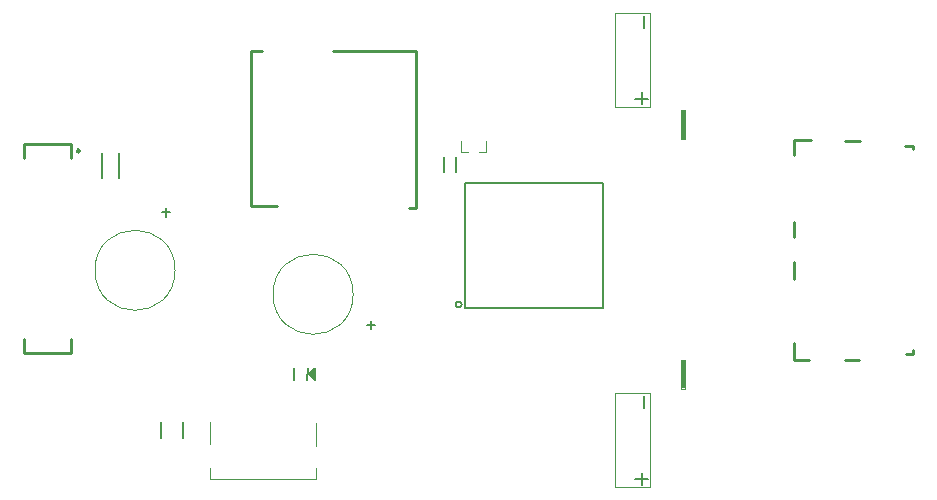
<source format=gbo>
G04*
G04 #@! TF.GenerationSoftware,Altium Limited,Altium Designer,22.2.1 (43)*
G04*
G04 Layer_Color=32896*
%FSLAX44Y44*%
%MOMM*%
G71*
G04*
G04 #@! TF.SameCoordinates,32B94617-2C73-494B-87D1-3967A9C4A560*
G04*
G04*
G04 #@! TF.FilePolarity,Positive*
G04*
G01*
G75*
%ADD10C,0.1270*%
%ADD12C,0.2000*%
%ADD13C,0.1016*%
%ADD14C,0.1001*%
%ADD15C,0.3000*%
%ADD16C,0.1530*%
%ADD17R,0.3300X2.4700*%
%ADD65C,0.2540*%
%ADD116C,0.1781*%
D10*
X312715Y80456D02*
G03*
X312715Y80456I-2540J0D01*
G01*
X465592Y-72295D02*
Y-62135D01*
X459514Y-67314D02*
X470944D01*
X467284Y-7526D02*
Y2634D01*
Y314634D02*
Y324794D01*
X459514Y254846D02*
X470944D01*
X465592Y249865D02*
Y260025D01*
X77082Y-32302D02*
Y-19302D01*
X58082Y-32302D02*
Y-19302D01*
X315860Y77918D02*
Y183328D01*
X432700D01*
Y77918D02*
Y183328D01*
X315860Y77918D02*
X432700D01*
D12*
X183750Y21550D02*
X188800Y26600D01*
X183750Y21550D02*
X188700Y16600D01*
X170693Y16567D02*
X170707Y26481D01*
X182280Y16569D02*
X182294Y26483D01*
X188700Y16600D02*
X188800Y26600D01*
D13*
X594300Y219500D02*
X594400D01*
X501700Y220367D02*
Y245067D01*
X498400Y220367D02*
X501700D01*
X498400Y241767D02*
Y245067D01*
Y220367D02*
Y241767D01*
Y245067D02*
X501700D01*
X498200Y33600D02*
X501500D01*
X498200Y8900D02*
Y30300D01*
Y33600D01*
Y8900D02*
X501500D01*
Y33600D01*
D14*
X220945Y89131D02*
G03*
X220945Y89131I-33898J0D01*
G01*
X70159Y109442D02*
G03*
X70159Y109442I-33898J0D01*
G01*
X442482Y-74475D02*
X472485D01*
Y5525D01*
X442482D02*
X472485D01*
X442482Y-74475D02*
Y5525D01*
Y247685D02*
Y327685D01*
X472485D01*
Y247685D02*
Y327685D01*
X442482Y247685D02*
X472485D01*
X327241Y209850D02*
X333041D01*
Y218852D01*
X312541Y209850D02*
X318341D01*
X312541D02*
Y218852D01*
X189390Y-19729D02*
X189438Y-39206D01*
X100040Y-67387D02*
Y-58205D01*
Y-67387D02*
X189438D01*
X100090Y-38029D02*
Y-19329D01*
X189438Y-67387D02*
Y-58256D01*
D15*
X185429Y21280D02*
X187271Y21493D01*
X187252Y23801D02*
X187271Y21493D01*
X187252Y23801D02*
X187291Y19185D01*
D16*
X308329Y192738D02*
Y205738D01*
X297729Y192738D02*
Y205738D01*
X22281Y187439D02*
Y208439D01*
X8681Y187439D02*
Y208439D01*
D17*
X500050Y232717D02*
D03*
X499850Y21250D02*
D03*
D65*
X-10469Y210497D02*
G03*
X-10469Y210497I-1270J0D01*
G01*
X594500Y137400D02*
Y150350D01*
X594400Y102250D02*
Y116550D01*
X637350Y33800D02*
X649500D01*
X637150Y219000D02*
X649800D01*
X694900Y38777D02*
Y42297D01*
X688800Y38777D02*
X694900D01*
X594507Y33411D02*
Y47711D01*
Y33311D02*
X607207D01*
X688200Y214451D02*
X695100D01*
Y212000D02*
Y214451D01*
X594300Y206800D02*
Y219500D01*
X594400D02*
X608700D01*
X134170Y295095D02*
X143418D01*
X134170Y290144D02*
Y295095D01*
X204179Y295475D02*
X274170D01*
Y290144D02*
Y295475D01*
X268179Y162138D02*
X274170D01*
Y167144D01*
X134170Y163559D02*
X156054D01*
X134170D02*
Y167144D01*
Y290144D01*
X274170Y167144D02*
Y290144D01*
X-17905Y39397D02*
Y51397D01*
X-57905Y39397D02*
Y51397D01*
X-57905Y39397D02*
X-17905D01*
X-57839Y216397D02*
X-17839D01*
Y204397D02*
Y216397D01*
X-57839Y204397D02*
Y216397D01*
D116*
X232313Y63157D02*
X239513D01*
X236143Y59629D02*
Y66529D01*
X58864Y158538D02*
X65764D01*
X62236Y154708D02*
Y161908D01*
M02*

</source>
